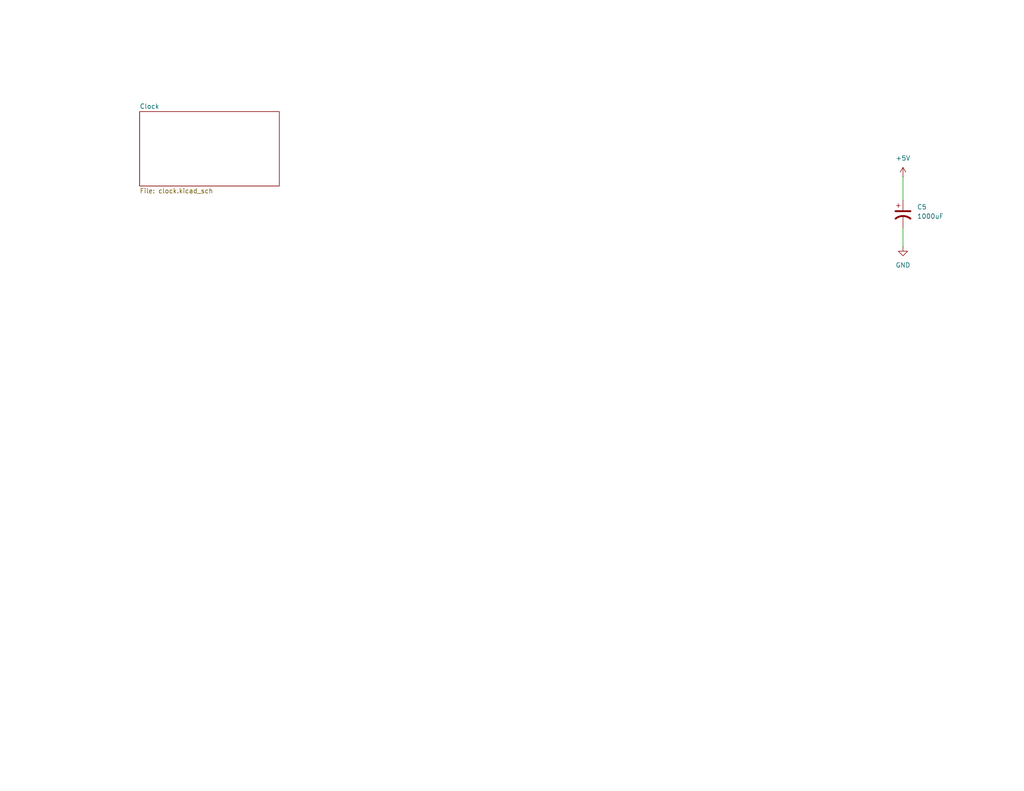
<source format=kicad_sch>
(kicad_sch (version 20231120) (generator "eeschema") (generator_version "8.0")
  (paper "A")
  (lib_symbols
    (symbol "Device:C_Polarized_US" (pin_numbers hide) (pin_names (offset 0.254) hide)
      (property "Reference" "C" (at 0.635 2.54 0))
      (property "Value" "C_Polarized_US" (at 0.635 -2.54 0))
      (symbol "C_Polarized_US_0_1"
        (polyline (pts (xy -2.032 0.762) (xy 2.032 0.762)) (stroke (width 0.508)))
        (polyline (pts (xy -1.778 2.286) (xy -0.762 2.286)))
        (polyline (pts (xy -1.27 1.778) (xy -1.27 2.794)))
        (arc (start 2.032 -1.27) (mid 0 -0.5572) (end -2.032 -1.27) (stroke (width 0.508)))
      )
      (symbol "C_Polarized_US_1_1"
        (pin passive line (at 0 3.81 270) (length 2.794) (name "~") (number "1"))
        (pin passive line (at 0 -3.81 90) (length 3.302) (name "~") (number "2"))
      )
    )
    (symbol "power:+5V" (power) (pin_numbers hide) (pin_names (offset 0) hide)
      (property "Value" "+5V" (at 0 3.556 0))
      (symbol "+5V_0_1"
        (polyline (pts (xy -0.762 1.27) (xy 0 2.54)))
        (polyline (pts (xy 0 0) (xy 0 2.54)))
        (polyline (pts (xy 0 2.54) (xy 0.762 1.27)))
      )
      (symbol "+5V_1_1"
        (pin power_in line (at 0 0 90) (length 0) (name "~") (number "1"))
      )
    )
    (symbol "power:GND" (power) (pin_numbers hide) (pin_names (offset 0) hide)
      (property "Value" "GND" (at 0 -3.81 0))
      (symbol "GND_0_1"
        (polyline (pts (xy 0 0) (xy 0 -1.27) (xy 1.27 -1.27) (xy 0 -2.54) (xy -1.27 -1.27) (xy 0 -1.27)))
      )
      (symbol "GND_1_1"
        (pin power_in line (at 0 0 270) (length 0) (name "~") (number "1"))
      )
    )
  )
  (wire (pts (xy 246.38 48.26) (xy 246.38 54.61)))
  (wire (pts (xy 246.38 62.23) (xy 246.38 67.31)))
  (symbol (lib_id "Device:C_Polarized_US") (at 246.38 58.42 0) (unit 1)
    (property "Reference" "C5" (at 250.19 56.5149 0) (effects (justify left)))
    (property "Value" "1000uF" (at 250.19 59.0549 0) (effects (justify left)))
    (property "Footprint" "Capacitor_THT:CP_Radial_D12.5mm_P5.00mm" (effects (hide yes)))
    (property "Description" "Polarized capacitor, US symbol" (effects (hide yes)))
    (property "Digkey PN" "UVY1H102MHD-ND" (effects (hide yes)))
    (property "Manufacturer PN" "UVY1H102MHD" (effects (hide yes)))
    (property "DigiKey URL" "https://www.digikey.com/en/products/detail/nichicon/UVY1H102MHD/2428007" (effects (hide yes)))
    (property "Price" "1.24" (effects (hide yes)))
  )
  (symbol (lib_id "power:GND") (at 246.38 67.31 0) (unit 1)
    (property "Reference" "#PWR07" (effects (hide yes)))
    (property "Value" "GND" (at 246.38 72.39 0))
    (property "Description" "Power symbol creates a global label with name \"GND\" , ground" (effects (hide yes)))
  )
  (symbol (lib_id "power:+5V") (at 246.38 48.26 0) (unit 1)
    (property "Reference" "#PWR08" (effects (hide yes)))
    (property "Value" "+5V" (at 246.38 43.18 0))
    (property "Description" "Power symbol creates a global label with name \"+5V\"" (effects (hide yes)))
  )
  (sheet (at 38.1 30.48) (size 38.1 20.32) (stroke (width 0.1524))
    (property "Sheetname" "Clock" (at 38.1 29.7684 0) (effects (justify left bottom)))
    (property "Sheetfile" "clock.kicad_sch" (at 38.1 51.3846 0) (effects (justify left top)))
  )
)
</source>
